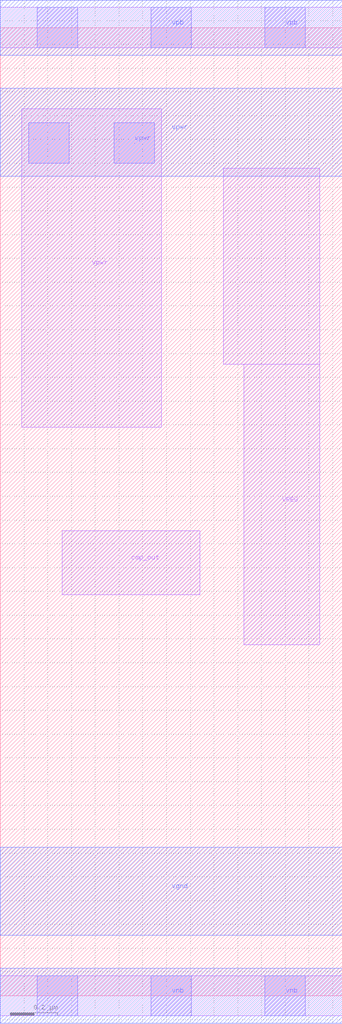
<source format=lef>
VERSION 5.6 ;
  BUSBITCHARS "[]" ;
  DIVIDERCHAR "/" ;

MACRO PMOS
  CLASS CORE ;
  ORIGIN 0.000 0.000 ;
  FOREIGN PMOS 0 0 ;
  SIZE 1.440 BY 4.070 ;
  SYMMETRY X Y ;
  SITE unithv ;
  PIN vgnd
    DIRECTION INOUT ;
    USE GROUND ;
    PORT
      LAYER met1 ;
        RECT 0.000 0.255 1.440 0.625 ;
    END
  END vgnd
  PIN vpb
    DIRECTION INOUT ;
    USE POWER ;
    PORT
      LAYER li1 ;
        RECT 0.000 3.985 1.440 4.155 ;
      LAYER mcon ;
        RECT 0.155 3.985 0.325 4.155 ;
        RECT 0.635 3.985 0.805 4.155 ;
        RECT 1.115 3.985 1.285 4.155 ;
      LAYER met1 ;
        RECT 0.000 3.955 1.440 4.185 ;
    END
  END vpb
  PIN vpwr
    DIRECTION INOUT ;
    USE POWER ;
    PORT
      LAYER li1 ;
        RECT 0.090 2.390 0.680 3.730 ;
      LAYER mcon ;
        RECT 0.120 3.500 0.290 3.670 ;
        RECT 0.480 3.500 0.650 3.670 ;
      LAYER met1 ;
        RECT 0.000 3.445 1.440 3.815 ;
    END
  END vpwr
  PIN vnb
    DIRECTION INOUT ;
    USE GROUND ;
    PORT
      LAYER li1 ;
        RECT 0.000 -0.085 1.440 0.085 ;
      LAYER mcon ;
        RECT 0.155 -0.085 0.325 0.085 ;
        RECT 0.635 -0.085 0.805 0.085 ;
        RECT 1.115 -0.085 1.285 0.085 ;
      LAYER met1 ;
        RECT 0.000 -0.115 1.440 0.115 ;
    END
  END vnb
  PIN VREG
    DIRECTION INOUT ;
    USE POWER ;
    PORT
      LAYER li1 ;
        RECT 0.940 2.655 1.345 3.480 ;
        RECT 1.025 1.475 1.345 2.655 ;
    END
  END VREG
  PIN cmp_out
    DIRECTION INPUT ;
    USE SIGNAL ;
    PORT
      LAYER li1 ;
        RECT 0.260 1.685 0.840 1.955 ;
    END
  END cmp_out
END PMOS
END LIBRARY

</source>
